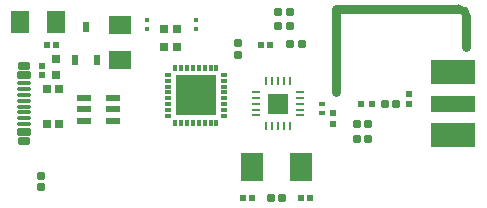
<source format=gtp>
G04*
G04 #@! TF.GenerationSoftware,Altium Limited,Altium Designer,23.0.1 (38)*
G04*
G04 Layer_Color=4408131*
%FSLAX44Y44*%
%MOMM*%
G71*
G04*
G04 #@! TF.SameCoordinates,2C3C84F8-FCB8-4575-ACAA-8387C9F7B7E4*
G04*
G04*
G04 #@! TF.FilePolarity,Positive*
G04*
G01*
G75*
%ADD15R,1.7076X1.7076*%
%ADD16C,0.7620*%
G04:AMPARAMS|DCode=17|XSize=0.6mm|YSize=1.016mm|CornerRadius=0.075mm|HoleSize=0mm|Usage=FLASHONLY|Rotation=270.000|XOffset=0mm|YOffset=0mm|HoleType=Round|Shape=RoundedRectangle|*
%AMROUNDEDRECTD17*
21,1,0.6000,0.8660,0,0,270.0*
21,1,0.4500,1.0160,0,0,270.0*
1,1,0.1500,-0.4330,-0.2250*
1,1,0.1500,-0.4330,0.2250*
1,1,0.1500,0.4330,0.2250*
1,1,0.1500,0.4330,-0.2250*
%
%ADD17ROUNDEDRECTD17*%
%ADD18R,1.9062X1.5046*%
G04:AMPARAMS|DCode=19|XSize=0.6mm|YSize=1.15mm|CornerRadius=0.075mm|HoleSize=0mm|Usage=FLASHONLY|Rotation=270.000|XOffset=0mm|YOffset=0mm|HoleType=Round|Shape=RoundedRectangle|*
%AMROUNDEDRECTD19*
21,1,0.6000,1.0000,0,0,270.0*
21,1,0.4500,1.1500,0,0,270.0*
1,1,0.1500,-0.5000,-0.2250*
1,1,0.1500,-0.5000,0.2250*
1,1,0.1500,0.5000,0.2250*
1,1,0.1500,0.5000,-0.2250*
%
%ADD19ROUNDEDRECTD19*%
G04:AMPARAMS|DCode=20|XSize=0.3mm|YSize=1.15mm|CornerRadius=0.0375mm|HoleSize=0mm|Usage=FLASHONLY|Rotation=270.000|XOffset=0mm|YOffset=0mm|HoleType=Round|Shape=RoundedRectangle|*
%AMROUNDEDRECTD20*
21,1,0.3000,1.0750,0,0,270.0*
21,1,0.2250,1.1500,0,0,270.0*
1,1,0.0750,-0.5375,-0.1125*
1,1,0.0750,-0.5375,0.1125*
1,1,0.0750,0.5375,0.1125*
1,1,0.0750,0.5375,-0.1125*
%
%ADD20ROUNDEDRECTD20*%
%ADD21R,0.3000X0.6000*%
%ADD22R,0.6000X0.3000*%
%ADD23R,3.4500X3.4500*%
%ADD24R,0.5000X0.4000*%
%ADD25R,0.5000X0.5000*%
G04:AMPARAMS|DCode=26|XSize=0.6mm|YSize=0.7mm|CornerRadius=0.075mm|HoleSize=0mm|Usage=FLASHONLY|Rotation=180.000|XOffset=0mm|YOffset=0mm|HoleType=Round|Shape=RoundedRectangle|*
%AMROUNDEDRECTD26*
21,1,0.6000,0.5500,0,0,180.0*
21,1,0.4500,0.7000,0,0,180.0*
1,1,0.1500,-0.2250,0.2750*
1,1,0.1500,0.2250,0.2750*
1,1,0.1500,0.2250,-0.2750*
1,1,0.1500,-0.2250,-0.2750*
%
%ADD26ROUNDEDRECTD26*%
%ADD27R,0.5200X0.5200*%
%ADD28R,0.7561X0.2393*%
G04:AMPARAMS|DCode=29|XSize=0.7561mm|YSize=0.2393mm|CornerRadius=0.1196mm|HoleSize=0mm|Usage=FLASHONLY|Rotation=0.000|XOffset=0mm|YOffset=0mm|HoleType=Round|Shape=RoundedRectangle|*
%AMROUNDEDRECTD29*
21,1,0.7561,0.0000,0,0,0.0*
21,1,0.5168,0.2393,0,0,0.0*
1,1,0.2393,0.2584,0.0000*
1,1,0.2393,-0.2584,0.0000*
1,1,0.2393,-0.2584,0.0000*
1,1,0.2393,0.2584,0.0000*
%
%ADD29ROUNDEDRECTD29*%
G04:AMPARAMS|DCode=30|XSize=0.2393mm|YSize=0.7561mm|CornerRadius=0.1196mm|HoleSize=0mm|Usage=FLASHONLY|Rotation=0.000|XOffset=0mm|YOffset=0mm|HoleType=Round|Shape=RoundedRectangle|*
%AMROUNDEDRECTD30*
21,1,0.2393,0.5168,0,0,0.0*
21,1,0.0000,0.7561,0,0,0.0*
1,1,0.2393,0.0000,-0.2584*
1,1,0.2393,0.0000,-0.2584*
1,1,0.2393,0.0000,0.2584*
1,1,0.2393,0.0000,0.2584*
%
%ADD30ROUNDEDRECTD30*%
%ADD31R,0.4725X0.5153*%
%ADD32R,3.8000X2.0000*%
%ADD33R,3.8000X1.4000*%
%ADD34R,0.4500X0.4500*%
G04:AMPARAMS|DCode=35|XSize=0.6mm|YSize=0.7mm|CornerRadius=0.075mm|HoleSize=0mm|Usage=FLASHONLY|Rotation=90.000|XOffset=0mm|YOffset=0mm|HoleType=Round|Shape=RoundedRectangle|*
%AMROUNDEDRECTD35*
21,1,0.6000,0.5500,0,0,90.0*
21,1,0.4500,0.7000,0,0,90.0*
1,1,0.1500,0.2750,0.2250*
1,1,0.1500,0.2750,-0.2250*
1,1,0.1500,-0.2750,-0.2250*
1,1,0.1500,-0.2750,0.2250*
%
%ADD35ROUNDEDRECTD35*%
%ADD36R,0.8000X0.8000*%
%ADD37R,1.2000X0.6000*%
%ADD38R,0.6682X0.6725*%
%ADD39R,0.5000X0.5000*%
%ADD40R,0.7000X0.6500*%
%ADD41R,0.5153X0.4725*%
%ADD42R,0.6000X0.9000*%
%ADD43R,1.5046X1.9062*%
%ADD44R,1.9000X2.4000*%
%ADD45R,0.5200X0.5200*%
D15*
X289576Y93992D02*
D03*
D16*
X449072Y167894D02*
G03*
X442722Y174244I-6350J0D01*
G01*
X449072Y141986D02*
Y167894D01*
X425704Y174244D02*
X442722D01*
X338836Y141732D02*
Y174244D01*
Y104140D02*
Y141732D01*
X380492Y174244D02*
X425704D01*
X338836D02*
X380492D01*
D17*
X74575Y125992D02*
D03*
Y61992D02*
D03*
D18*
X156210Y130750D02*
D03*
Y160766D02*
D03*
D19*
X74575Y69992D02*
D03*
Y117992D02*
D03*
D20*
Y76492D02*
D03*
Y81492D02*
D03*
Y111492D02*
D03*
Y106492D02*
D03*
Y101492D02*
D03*
Y86492D02*
D03*
Y91492D02*
D03*
Y96492D02*
D03*
D21*
X237490Y124460D02*
D03*
X232490D02*
D03*
X227490D02*
D03*
X222490D02*
D03*
X217490D02*
D03*
X212490D02*
D03*
X207490D02*
D03*
X202490D02*
D03*
Y77460D02*
D03*
X207490D02*
D03*
X212490D02*
D03*
X217490D02*
D03*
X222490D02*
D03*
X227490D02*
D03*
X232490D02*
D03*
X237490D02*
D03*
D22*
X243490Y83460D02*
D03*
Y88460D02*
D03*
Y93460D02*
D03*
Y98460D02*
D03*
Y103460D02*
D03*
Y108460D02*
D03*
Y113460D02*
D03*
Y118460D02*
D03*
X196490D02*
D03*
Y113460D02*
D03*
Y108460D02*
D03*
Y103460D02*
D03*
Y98460D02*
D03*
Y93460D02*
D03*
Y88460D02*
D03*
Y83460D02*
D03*
D23*
X219990Y100960D02*
D03*
D24*
X327152Y85992D02*
D03*
Y93992D02*
D03*
D25*
X336042Y85992D02*
D03*
Y76992D02*
D03*
D26*
X366180Y64262D02*
D03*
X356180D02*
D03*
Y76992D02*
D03*
X366180D02*
D03*
X289576Y159512D02*
D03*
X299576D02*
D03*
X289576Y171704D02*
D03*
X299576D02*
D03*
Y144526D02*
D03*
X309576D02*
D03*
X389810Y93992D02*
D03*
X379810D02*
D03*
X293290Y13970D02*
D03*
X283290D02*
D03*
D27*
X282798Y143510D02*
D03*
X274798D02*
D03*
X259790Y13970D02*
D03*
X267790D02*
D03*
X316790D02*
D03*
X308790D02*
D03*
D28*
X270795Y103992D02*
D03*
D29*
Y98992D02*
D03*
Y93992D02*
D03*
Y88992D02*
D03*
Y83992D02*
D03*
X308356D02*
D03*
Y88992D02*
D03*
Y93992D02*
D03*
Y98992D02*
D03*
Y103992D02*
D03*
D30*
X279576Y75212D02*
D03*
X284576D02*
D03*
X289576D02*
D03*
X294576D02*
D03*
X299576D02*
D03*
Y112773D02*
D03*
X294576D02*
D03*
X289576D02*
D03*
X284576D02*
D03*
X279576D02*
D03*
D31*
X90170Y118134D02*
D03*
Y125706D02*
D03*
D32*
X438150Y66992D02*
D03*
Y120992D02*
D03*
D33*
Y93992D02*
D03*
D34*
X219964Y165106D02*
D03*
Y157106D02*
D03*
X178816Y165106D02*
D03*
Y157106D02*
D03*
D35*
X256032Y145462D02*
D03*
Y135462D02*
D03*
X88900Y23020D02*
D03*
Y33020D02*
D03*
D36*
X193040Y142106D02*
D03*
Y157106D02*
D03*
X204470Y142106D02*
D03*
Y157106D02*
D03*
D37*
X125168Y98540D02*
D03*
Y89040D02*
D03*
Y79540D02*
D03*
X150168D02*
D03*
Y89040D02*
D03*
Y98540D02*
D03*
D38*
X94038Y76492D02*
D03*
X104081D02*
D03*
X94038Y106492D02*
D03*
X104081D02*
D03*
D39*
X368990Y93992D02*
D03*
X359990D02*
D03*
D40*
X101600Y131634D02*
D03*
Y118134D02*
D03*
D41*
X94029Y143256D02*
D03*
X101600D02*
D03*
D42*
X127000Y158750D02*
D03*
X136500Y130750D02*
D03*
X117500D02*
D03*
D43*
X71584Y162814D02*
D03*
X101600D02*
D03*
D44*
X267790Y40640D02*
D03*
X308790D02*
D03*
D45*
X400558Y101992D02*
D03*
Y93992D02*
D03*
M02*

</source>
